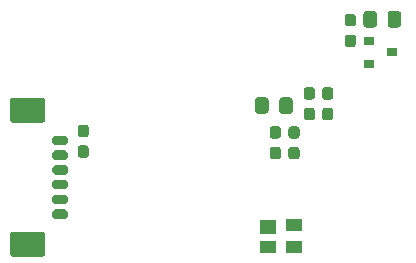
<source format=gtp>
%TF.GenerationSoftware,KiCad,Pcbnew,5.99.0-unknown-57e35c9~88~ubuntu19.10.1*%
%TF.CreationDate,2021-08-07T12:38:00-04:00*%
%TF.ProjectId,FOD,464f442e-6b69-4636-9164-5f7063625858,rev?*%
%TF.SameCoordinates,Original*%
%TF.FileFunction,Paste,Top*%
%TF.FilePolarity,Positive*%
%FSLAX46Y46*%
G04 Gerber Fmt 4.6, Leading zero omitted, Abs format (unit mm)*
G04 Created by KiCad (PCBNEW 5.99.0-unknown-57e35c9~88~ubuntu19.10.1) date 2021-08-07 12:38:00*
%MOMM*%
%LPD*%
G01*
G04 APERTURE LIST*
%ADD10R,0.900000X0.800000*%
%ADD11R,1.400000X1.000000*%
%ADD12R,1.400000X1.200000*%
G04 APERTURE END LIST*
%TO.C,J4*%
G36*
G01*
X103899900Y-67549999D02*
X106400100Y-67549999D01*
G75*
G02*
X106650000Y-67799899I0J-249900D01*
G01*
X106650000Y-69400099D01*
G75*
G02*
X106400100Y-69649999I-249900J0D01*
G01*
X103899900Y-69649999D01*
G75*
G02*
X103650000Y-69400099I0J249900D01*
G01*
X103650000Y-67799899D01*
G75*
G02*
X103899900Y-67549999I249900J0D01*
G01*
G37*
G36*
G01*
X103899900Y-56199999D02*
X106400100Y-56199999D01*
G75*
G02*
X106650000Y-56449899I0J-249900D01*
G01*
X106650000Y-58050099D01*
G75*
G02*
X106400100Y-58299999I-249900J0D01*
G01*
X103899900Y-58299999D01*
G75*
G02*
X103650000Y-58050099I0J249900D01*
G01*
X103650000Y-56449899D01*
G75*
G02*
X103899900Y-56199999I249900J0D01*
G01*
G37*
G36*
G01*
X107450000Y-65649999D02*
X108350000Y-65649999D01*
G75*
G02*
X108550000Y-65849999I0J-200000D01*
G01*
X108550000Y-66249999D01*
G75*
G02*
X108350000Y-66449999I-200000J0D01*
G01*
X107450000Y-66449999D01*
G75*
G02*
X107250000Y-66249999I0J200000D01*
G01*
X107250000Y-65849999D01*
G75*
G02*
X107450000Y-65649999I200000J0D01*
G01*
G37*
G36*
G01*
X107450000Y-64399999D02*
X108350000Y-64399999D01*
G75*
G02*
X108550000Y-64599999I0J-200000D01*
G01*
X108550000Y-64999999D01*
G75*
G02*
X108350000Y-65199999I-200000J0D01*
G01*
X107450000Y-65199999D01*
G75*
G02*
X107250000Y-64999999I0J200000D01*
G01*
X107250000Y-64599999D01*
G75*
G02*
X107450000Y-64399999I200000J0D01*
G01*
G37*
G36*
G01*
X107450000Y-63149999D02*
X108350000Y-63149999D01*
G75*
G02*
X108550000Y-63349999I0J-200000D01*
G01*
X108550000Y-63749999D01*
G75*
G02*
X108350000Y-63949999I-200000J0D01*
G01*
X107450000Y-63949999D01*
G75*
G02*
X107250000Y-63749999I0J200000D01*
G01*
X107250000Y-63349999D01*
G75*
G02*
X107450000Y-63149999I200000J0D01*
G01*
G37*
G36*
G01*
X107450000Y-61899999D02*
X108350000Y-61899999D01*
G75*
G02*
X108550000Y-62099999I0J-200000D01*
G01*
X108550000Y-62499999D01*
G75*
G02*
X108350000Y-62699999I-200000J0D01*
G01*
X107450000Y-62699999D01*
G75*
G02*
X107250000Y-62499999I0J200000D01*
G01*
X107250000Y-62099999D01*
G75*
G02*
X107450000Y-61899999I200000J0D01*
G01*
G37*
G36*
G01*
X107450000Y-60649999D02*
X108350000Y-60649999D01*
G75*
G02*
X108550000Y-60849999I0J-200000D01*
G01*
X108550000Y-61249999D01*
G75*
G02*
X108350000Y-61449999I-200000J0D01*
G01*
X107450000Y-61449999D01*
G75*
G02*
X107250000Y-61249999I0J200000D01*
G01*
X107250000Y-60849999D01*
G75*
G02*
X107450000Y-60649999I200000J0D01*
G01*
G37*
G36*
G01*
X107450000Y-59399999D02*
X108350000Y-59399999D01*
G75*
G02*
X108550000Y-59599999I0J-200000D01*
G01*
X108550000Y-59999999D01*
G75*
G02*
X108350000Y-60199999I-200000J0D01*
G01*
X107450000Y-60199999D01*
G75*
G02*
X107250000Y-59999999I0J200000D01*
G01*
X107250000Y-59599999D01*
G75*
G02*
X107450000Y-59399999I200000J0D01*
G01*
G37*
%TD*%
%TO.C,R6*%
G36*
G01*
X132712500Y-50150000D02*
X132237500Y-50150000D01*
G75*
G02*
X132000000Y-49912500I0J237500D01*
G01*
X132000000Y-49337500D01*
G75*
G02*
X132237500Y-49100000I237500J0D01*
G01*
X132712500Y-49100000D01*
G75*
G02*
X132950000Y-49337500I0J-237500D01*
G01*
X132950000Y-49912500D01*
G75*
G02*
X132712500Y-50150000I-237500J0D01*
G01*
G37*
G36*
G01*
X132712500Y-51900000D02*
X132237500Y-51900000D01*
G75*
G02*
X132000000Y-51662500I0J237500D01*
G01*
X132000000Y-51087500D01*
G75*
G02*
X132237500Y-50850000I237500J0D01*
G01*
X132712500Y-50850000D01*
G75*
G02*
X132950000Y-51087500I0J-237500D01*
G01*
X132950000Y-51662500D01*
G75*
G02*
X132712500Y-51900000I-237500J0D01*
G01*
G37*
%TD*%
%TO.C,R2*%
G36*
G01*
X110087500Y-59525000D02*
X109612500Y-59525000D01*
G75*
G02*
X109375000Y-59287500I0J237500D01*
G01*
X109375000Y-58712500D01*
G75*
G02*
X109612500Y-58475000I237500J0D01*
G01*
X110087500Y-58475000D01*
G75*
G02*
X110325000Y-58712500I0J-237500D01*
G01*
X110325000Y-59287500D01*
G75*
G02*
X110087500Y-59525000I-237500J0D01*
G01*
G37*
G36*
G01*
X110087500Y-61275000D02*
X109612500Y-61275000D01*
G75*
G02*
X109375000Y-61037500I0J237500D01*
G01*
X109375000Y-60462500D01*
G75*
G02*
X109612500Y-60225000I237500J0D01*
G01*
X110087500Y-60225000D01*
G75*
G02*
X110325000Y-60462500I0J-237500D01*
G01*
X110325000Y-61037500D01*
G75*
G02*
X110087500Y-61275000I-237500J0D01*
G01*
G37*
%TD*%
D10*
%TO.C,Q1*%
X136025000Y-52350000D03*
X134025000Y-53300000D03*
X134025000Y-51400000D03*
%TD*%
%TO.C,L1*%
G36*
G01*
X125550000Y-56399999D02*
X125550000Y-57300001D01*
G75*
G02*
X125300001Y-57550000I-249999J0D01*
G01*
X124649999Y-57550000D01*
G75*
G02*
X124400000Y-57300001I0J249999D01*
G01*
X124400000Y-56399999D01*
G75*
G02*
X124649999Y-56150000I249999J0D01*
G01*
X125300001Y-56150000D01*
G75*
G02*
X125550000Y-56399999I0J-249999D01*
G01*
G37*
G36*
G01*
X127600000Y-56399999D02*
X127600000Y-57300001D01*
G75*
G02*
X127350001Y-57550000I-249999J0D01*
G01*
X126699999Y-57550000D01*
G75*
G02*
X126450000Y-57300001I0J249999D01*
G01*
X126450000Y-56399999D01*
G75*
G02*
X126699999Y-56150000I249999J0D01*
G01*
X127350001Y-56150000D01*
G75*
G02*
X127600000Y-56399999I0J-249999D01*
G01*
G37*
%TD*%
%TO.C,D2*%
G36*
G01*
X134725000Y-49099999D02*
X134725000Y-50000001D01*
G75*
G02*
X134475001Y-50250000I-249999J0D01*
G01*
X133824999Y-50250000D01*
G75*
G02*
X133575000Y-50000001I0J249999D01*
G01*
X133575000Y-49099999D01*
G75*
G02*
X133824999Y-48850000I249999J0D01*
G01*
X134475001Y-48850000D01*
G75*
G02*
X134725000Y-49099999I0J-249999D01*
G01*
G37*
G36*
G01*
X136775000Y-49099999D02*
X136775000Y-50000001D01*
G75*
G02*
X136525001Y-50250000I-249999J0D01*
G01*
X135874999Y-50250000D01*
G75*
G02*
X135625000Y-50000001I0J249999D01*
G01*
X135625000Y-49099999D01*
G75*
G02*
X135874999Y-48850000I249999J0D01*
G01*
X136525001Y-48850000D01*
G75*
G02*
X136775000Y-49099999I0J-249999D01*
G01*
G37*
%TD*%
D11*
%TO.C,D1*%
X127675000Y-66950000D03*
X127675000Y-68850000D03*
X125475000Y-68850000D03*
D12*
X125475000Y-67130000D03*
%TD*%
%TO.C,C3b1*%
G36*
G01*
X127462500Y-60350000D02*
X127937500Y-60350000D01*
G75*
G02*
X128175000Y-60587500I0J-237500D01*
G01*
X128175000Y-61162500D01*
G75*
G02*
X127937500Y-61400000I-237500J0D01*
G01*
X127462500Y-61400000D01*
G75*
G02*
X127225000Y-61162500I0J237500D01*
G01*
X127225000Y-60587500D01*
G75*
G02*
X127462500Y-60350000I237500J0D01*
G01*
G37*
G36*
G01*
X127462500Y-58600000D02*
X127937500Y-58600000D01*
G75*
G02*
X128175000Y-58837500I0J-237500D01*
G01*
X128175000Y-59412500D01*
G75*
G02*
X127937500Y-59650000I-237500J0D01*
G01*
X127462500Y-59650000D01*
G75*
G02*
X127225000Y-59412500I0J237500D01*
G01*
X127225000Y-58837500D01*
G75*
G02*
X127462500Y-58600000I237500J0D01*
G01*
G37*
%TD*%
%TO.C,C3a1*%
G36*
G01*
X125887500Y-60350000D02*
X126362500Y-60350000D01*
G75*
G02*
X126600000Y-60587500I0J-237500D01*
G01*
X126600000Y-61162500D01*
G75*
G02*
X126362500Y-61400000I-237500J0D01*
G01*
X125887500Y-61400000D01*
G75*
G02*
X125650000Y-61162500I0J237500D01*
G01*
X125650000Y-60587500D01*
G75*
G02*
X125887500Y-60350000I237500J0D01*
G01*
G37*
G36*
G01*
X125887500Y-58600000D02*
X126362500Y-58600000D01*
G75*
G02*
X126600000Y-58837500I0J-237500D01*
G01*
X126600000Y-59412500D01*
G75*
G02*
X126362500Y-59650000I-237500J0D01*
G01*
X125887500Y-59650000D01*
G75*
G02*
X125650000Y-59412500I0J237500D01*
G01*
X125650000Y-58837500D01*
G75*
G02*
X125887500Y-58600000I237500J0D01*
G01*
G37*
%TD*%
%TO.C,C2b1*%
G36*
G01*
X129237500Y-56350000D02*
X128762500Y-56350000D01*
G75*
G02*
X128525000Y-56112500I0J237500D01*
G01*
X128525000Y-55537500D01*
G75*
G02*
X128762500Y-55300000I237500J0D01*
G01*
X129237500Y-55300000D01*
G75*
G02*
X129475000Y-55537500I0J-237500D01*
G01*
X129475000Y-56112500D01*
G75*
G02*
X129237500Y-56350000I-237500J0D01*
G01*
G37*
G36*
G01*
X129237500Y-58100000D02*
X128762500Y-58100000D01*
G75*
G02*
X128525000Y-57862500I0J237500D01*
G01*
X128525000Y-57287500D01*
G75*
G02*
X128762500Y-57050000I237500J0D01*
G01*
X129237500Y-57050000D01*
G75*
G02*
X129475000Y-57287500I0J-237500D01*
G01*
X129475000Y-57862500D01*
G75*
G02*
X129237500Y-58100000I-237500J0D01*
G01*
G37*
%TD*%
%TO.C,C2a1*%
G36*
G01*
X130787500Y-56350000D02*
X130312500Y-56350000D01*
G75*
G02*
X130075000Y-56112500I0J237500D01*
G01*
X130075000Y-55537500D01*
G75*
G02*
X130312500Y-55300000I237500J0D01*
G01*
X130787500Y-55300000D01*
G75*
G02*
X131025000Y-55537500I0J-237500D01*
G01*
X131025000Y-56112500D01*
G75*
G02*
X130787500Y-56350000I-237500J0D01*
G01*
G37*
G36*
G01*
X130787500Y-58100000D02*
X130312500Y-58100000D01*
G75*
G02*
X130075000Y-57862500I0J237500D01*
G01*
X130075000Y-57287500D01*
G75*
G02*
X130312500Y-57050000I237500J0D01*
G01*
X130787500Y-57050000D01*
G75*
G02*
X131025000Y-57287500I0J-237500D01*
G01*
X131025000Y-57862500D01*
G75*
G02*
X130787500Y-58100000I-237500J0D01*
G01*
G37*
%TD*%
M02*

</source>
